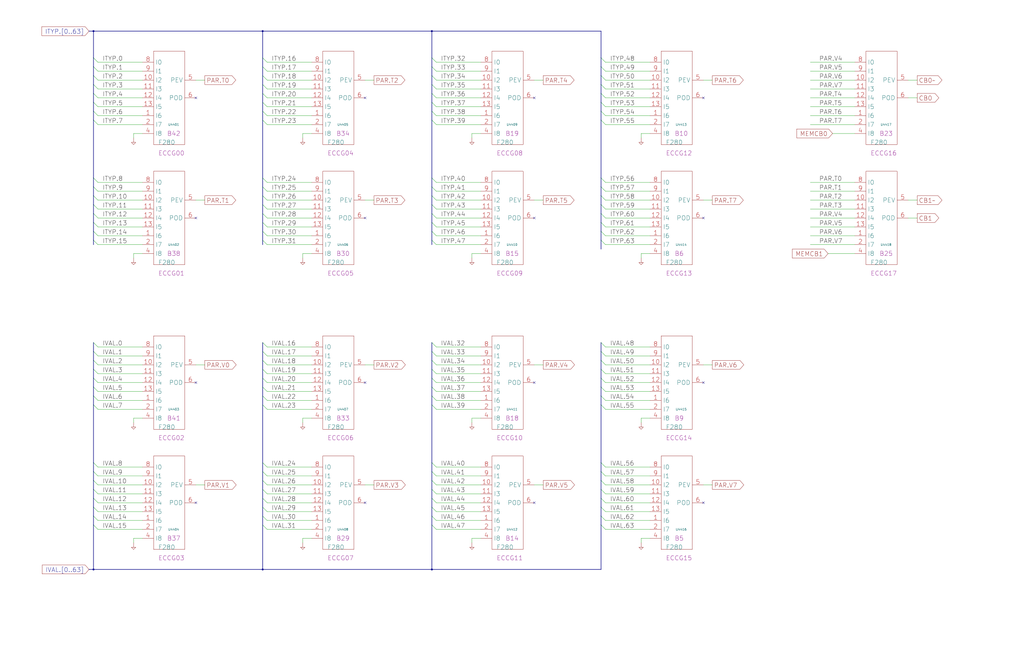
<source format=kicad_sch>
(kicad_sch (version 20250114) (generator "eeschema") (generator_version "9.0")
  (paper "User" 584.2 378.46)
  (title_block (title "ERROR CHECKING & CORRECTION\\nCHECK BITS 0 & 1") (date "22-SEP-90") (rev "2.0") (comment 1 "IOC") (comment 2 "232-003061") (comment 3 "S400") (comment 4 "RELEASED"))
  (lib_symbols
    (symbol "r1000:F280" (pin_names (offset 1.016))
      (property "Reference" "U" (at 2.54 5.08 0))
      (property "Value" "F280" (at -6.35 -5.08 0))
      (property "Location" "___" (at -1.27 0 0))
      (property "Name" "______" (at 1.27 -12.7 0))
      (symbol "F280_1_1"
        (rectangle (start -8.89 46.99) (end 8.89 -6.35))
        (pin input line (at -15.24 40.64 0) (length 6.35) (name "I0") (number "8"))
        (pin input line (at -15.24 35.56 0) (length 6.35) (name "I1") (number "9"))
        (pin input line (at -15.24 30.48 0) (length 6.35) (name "I2") (number "10"))
        (pin input line (at -15.24 25.4 0) (length 6.35) (name "I3") (number "11"))
        (pin input line (at -15.24 20.32 0) (length 6.35) (name "I4") (number "12"))
        (pin input line (at -15.24 15.24 0) (length 6.35) (name "I5") (number "13"))
        (pin input line (at -15.24 10.16 0) (length 6.35) (name "I6") (number "1"))
        (pin input line (at -15.24 5.08 0) (length 6.35) (name "I7") (number "2"))
        (pin input line (at -15.24 0 0) (length 6.35) (name "I8") (number "4"))
        (pin output line (at 15.24 30.48 180) (length 6.35) (name "PEV") (number "5"))
        (pin output line (at 15.24 20.32 180) (length 6.35) (name "POD") (number "6"))
      )
    )
    (symbol "r1000:PD" (power) (pin_numbers (hide yes)) (pin_names (hide yes)) (in_bom no)
      (symbol "PD_0_1"
        (polyline (pts (xy 0 -2.54) (xy 1.27 -2.54) (xy 0 -3.81) (xy -1.27 -2.54) (xy 0 -2.54)) (stroke (width 0.1524)))
      )
      (symbol "PD_1_1"
        (pin power_in line (at 0 0 270) (length 2.54) (name "PD") (number "1"))
      )
    )
  )
  (junction (at 246.38 325.12))
  (junction (at 53.34 17.78))
  (junction (at 149.86 17.78))
  (junction (at 246.38 17.78))
  (junction (at 53.34 325.12))
  (junction (at 149.86 325.12))
  (no_connect (at 304.8 218.44))
  (no_connect (at 304.8 124.46))
  (no_connect (at 111.76 124.46))
  (no_connect (at 208.28 218.44))
  (no_connect (at 401.32 287.02))
  (no_connect (at 401.32 124.46))
  (no_connect (at 208.28 287.02))
  (no_connect (at 304.8 55.88))
  (no_connect (at 111.76 218.44))
  (no_connect (at 401.32 55.88))
  (no_connect (at 401.32 218.44))
  (no_connect (at 208.28 124.46))
  (no_connect (at 111.76 55.88))
  (no_connect (at 111.76 287.02))
  (no_connect (at 304.8 287.02))
  (no_connect (at 208.28 55.88))
  (bus_entry (at 53.34 220.98) (size 2.54 2.54))
  (bus_entry (at 246.38 210.82) (size 2.54 2.54))
  (bus_entry (at 149.86 269.24) (size 2.54 2.54))
  (bus_entry (at 246.38 205.74) (size 2.54 2.54))
  (bus_entry (at 53.34 231.14) (size 2.54 2.54))
  (bus_entry (at 149.86 294.64) (size 2.54 2.54))
  (bus_entry (at 246.38 299.72) (size 2.54 2.54))
  (bus_entry (at 53.34 106.68) (size 2.54 2.54))
  (bus_entry (at 149.86 33.02) (size 2.54 2.54))
  (bus_entry (at 342.9 220.98) (size 2.54 2.54))
  (bus_entry (at 53.34 116.84) (size 2.54 2.54))
  (bus_entry (at 149.86 58.42) (size 2.54 2.54))
  (bus_entry (at 342.9 38.1) (size 2.54 2.54))
  (bus_entry (at 246.38 274.32) (size 2.54 2.54))
  (bus_entry (at 246.38 231.14) (size 2.54 2.54))
  (bus_entry (at 53.34 210.82) (size 2.54 2.54))
  (bus_entry (at 53.34 299.72) (size 2.54 2.54))
  (bus_entry (at 342.9 48.26) (size 2.54 2.54))
  (bus_entry (at 149.86 226.06) (size 2.54 2.54))
  (bus_entry (at 342.9 58.42) (size 2.54 2.54))
  (bus_entry (at 149.86 284.48) (size 2.54 2.54))
  (bus_entry (at 246.38 121.92) (size 2.54 2.54))
  (bus_entry (at 246.38 279.4) (size 2.54 2.54))
  (bus_entry (at 246.38 43.18) (size 2.54 2.54))
  (bus_entry (at 53.34 226.06) (size 2.54 2.54))
  (bus_entry (at 53.34 111.76) (size 2.54 2.54))
  (bus_entry (at 342.9 205.74) (size 2.54 2.54))
  (bus_entry (at 246.38 106.68) (size 2.54 2.54))
  (bus_entry (at 53.34 33.02) (size 2.54 2.54))
  (bus_entry (at 149.86 274.32) (size 2.54 2.54))
  (bus_entry (at 342.9 43.18) (size 2.54 2.54))
  (bus_entry (at 149.86 279.4) (size 2.54 2.54))
  (bus_entry (at 342.9 294.64) (size 2.54 2.54))
  (bus_entry (at 342.9 226.06) (size 2.54 2.54))
  (bus_entry (at 342.9 121.92) (size 2.54 2.54))
  (bus_entry (at 246.38 289.56) (size 2.54 2.54))
  (bus_entry (at 149.86 132.08) (size 2.54 2.54))
  (bus_entry (at 53.34 274.32) (size 2.54 2.54))
  (bus_entry (at 342.9 63.5) (size 2.54 2.54))
  (bus_entry (at 246.38 127) (size 2.54 2.54))
  (bus_entry (at 149.86 289.56) (size 2.54 2.54))
  (bus_entry (at 53.34 127) (size 2.54 2.54))
  (bus_entry (at 342.9 215.9) (size 2.54 2.54))
  (bus_entry (at 342.9 68.58) (size 2.54 2.54))
  (bus_entry (at 342.9 137.16) (size 2.54 2.54))
  (bus_entry (at 342.9 269.24) (size 2.54 2.54))
  (bus_entry (at 149.86 68.58) (size 2.54 2.54))
  (bus_entry (at 53.34 215.9) (size 2.54 2.54))
  (bus_entry (at 246.38 195.58) (size 2.54 2.54))
  (bus_entry (at 53.34 289.56) (size 2.54 2.54))
  (bus_entry (at 246.38 116.84) (size 2.54 2.54))
  (bus_entry (at 149.86 137.16) (size 2.54 2.54))
  (bus_entry (at 53.34 38.1) (size 2.54 2.54))
  (bus_entry (at 342.9 210.82) (size 2.54 2.54))
  (bus_entry (at 53.34 68.58) (size 2.54 2.54))
  (bus_entry (at 149.86 121.92) (size 2.54 2.54))
  (bus_entry (at 149.86 231.14) (size 2.54 2.54))
  (bus_entry (at 149.86 43.18) (size 2.54 2.54))
  (bus_entry (at 53.34 63.5) (size 2.54 2.54))
  (bus_entry (at 246.38 226.06) (size 2.54 2.54))
  (bus_entry (at 342.9 106.68) (size 2.54 2.54))
  (bus_entry (at 246.38 215.9) (size 2.54 2.54))
  (bus_entry (at 149.86 215.9) (size 2.54 2.54))
  (bus_entry (at 149.86 299.72) (size 2.54 2.54))
  (bus_entry (at 149.86 38.1) (size 2.54 2.54))
  (bus_entry (at 149.86 195.58) (size 2.54 2.54))
  (bus_entry (at 149.86 111.76) (size 2.54 2.54))
  (bus_entry (at 342.9 132.08) (size 2.54 2.54))
  (bus_entry (at 246.38 68.58) (size 2.54 2.54))
  (bus_entry (at 149.86 220.98) (size 2.54 2.54))
  (bus_entry (at 342.9 195.58) (size 2.54 2.54))
  (bus_entry (at 246.38 101.6) (size 2.54 2.54))
  (bus_entry (at 53.34 53.34) (size 2.54 2.54))
  (bus_entry (at 53.34 269.24) (size 2.54 2.54))
  (bus_entry (at 53.34 264.16) (size 2.54 2.54))
  (bus_entry (at 342.9 53.34) (size 2.54 2.54))
  (bus_entry (at 53.34 137.16) (size 2.54 2.54))
  (bus_entry (at 149.86 106.68) (size 2.54 2.54))
  (bus_entry (at 149.86 127) (size 2.54 2.54))
  (bus_entry (at 342.9 274.32) (size 2.54 2.54))
  (bus_entry (at 246.38 111.76) (size 2.54 2.54))
  (bus_entry (at 149.86 101.6) (size 2.54 2.54))
  (bus_entry (at 53.34 279.4) (size 2.54 2.54))
  (bus_entry (at 342.9 200.66) (size 2.54 2.54))
  (bus_entry (at 342.9 284.48) (size 2.54 2.54))
  (bus_entry (at 149.86 264.16) (size 2.54 2.54))
  (bus_entry (at 246.38 33.02) (size 2.54 2.54))
  (bus_entry (at 246.38 38.1) (size 2.54 2.54))
  (bus_entry (at 246.38 58.42) (size 2.54 2.54))
  (bus_entry (at 246.38 53.34) (size 2.54 2.54))
  (bus_entry (at 53.34 284.48) (size 2.54 2.54))
  (bus_entry (at 342.9 299.72) (size 2.54 2.54))
  (bus_entry (at 149.86 53.34) (size 2.54 2.54))
  (bus_entry (at 246.38 200.66) (size 2.54 2.54))
  (bus_entry (at 246.38 220.98) (size 2.54 2.54))
  (bus_entry (at 53.34 132.08) (size 2.54 2.54))
  (bus_entry (at 149.86 48.26) (size 2.54 2.54))
  (bus_entry (at 246.38 264.16) (size 2.54 2.54))
  (bus_entry (at 246.38 137.16) (size 2.54 2.54))
  (bus_entry (at 53.34 101.6) (size 2.54 2.54))
  (bus_entry (at 149.86 210.82) (size 2.54 2.54))
  (bus_entry (at 342.9 111.76) (size 2.54 2.54))
  (bus_entry (at 342.9 101.6) (size 2.54 2.54))
  (bus_entry (at 342.9 116.84) (size 2.54 2.54))
  (bus_entry (at 246.38 48.26) (size 2.54 2.54))
  (bus_entry (at 342.9 231.14) (size 2.54 2.54))
  (bus_entry (at 53.34 200.66) (size 2.54 2.54))
  (bus_entry (at 53.34 205.74) (size 2.54 2.54))
  (bus_entry (at 53.34 58.42) (size 2.54 2.54))
  (bus_entry (at 149.86 200.66) (size 2.54 2.54))
  (bus_entry (at 342.9 289.56) (size 2.54 2.54))
  (bus_entry (at 53.34 294.64) (size 2.54 2.54))
  (bus_entry (at 246.38 284.48) (size 2.54 2.54))
  (bus_entry (at 246.38 269.24) (size 2.54 2.54))
  (bus_entry (at 149.86 116.84) (size 2.54 2.54))
  (bus_entry (at 246.38 63.5) (size 2.54 2.54))
  (bus_entry (at 149.86 205.74) (size 2.54 2.54))
  (bus_entry (at 342.9 264.16) (size 2.54 2.54))
  (bus_entry (at 246.38 132.08) (size 2.54 2.54))
  (bus_entry (at 53.34 43.18) (size 2.54 2.54))
  (bus_entry (at 342.9 33.02) (size 2.54 2.54))
  (bus_entry (at 53.34 48.26) (size 2.54 2.54))
  (bus_entry (at 342.9 127) (size 2.54 2.54))
  (bus_entry (at 342.9 279.4) (size 2.54 2.54))
  (bus_entry (at 53.34 121.92) (size 2.54 2.54))
  (bus_entry (at 149.86 63.5) (size 2.54 2.54))
  (bus_entry (at 246.38 294.64) (size 2.54 2.54))
  (bus_entry (at 53.34 195.58) (size 2.54 2.54))
  (wire (pts (xy 81.28 144.78) (xy 76.2 144.78)))
  (bus (pts (xy 342.9 279.4) (xy 342.9 284.48)))
  (wire (pts (xy 345.44 119.38) (xy 370.84 119.38)))
  (bus (pts (xy 53.34 68.58) (xy 53.34 101.6)))
  (wire (pts (xy 55.88 66.04) (xy 81.28 66.04)))
  (bus (pts (xy 149.86 43.18) (xy 149.86 48.26)))
  (bus (pts (xy 53.34 33.02) (xy 53.34 38.1)))
  (bus (pts (xy 53.34 43.18) (xy 53.34 48.26)))
  (wire (pts (xy 269.24 307.34) (xy 269.24 309.88)))
  (wire (pts (xy 248.92 139.7) (xy 274.32 139.7)))
  (bus (pts (xy 53.34 48.26) (xy 53.34 53.34)))
  (bus (pts (xy 246.38 121.92) (xy 246.38 127)))
  (bus (pts (xy 342.9 33.02) (xy 342.9 38.1)))
  (bus (pts (xy 149.86 48.26) (xy 149.86 53.34)))
  (bus (pts (xy 149.86 68.58) (xy 149.86 101.6)))
  (bus (pts (xy 53.34 299.72) (xy 53.34 325.12)))
  (wire (pts (xy 462.28 35.56) (xy 487.68 35.56)))
  (bus (pts (xy 342.9 137.16) (xy 342.9 142.24)))
  (wire (pts (xy 152.4 71.12) (xy 177.8 71.12)))
  (wire (pts (xy 248.92 109.22) (xy 274.32 109.22)))
  (wire (pts (xy 345.44 228.6) (xy 370.84 228.6)))
  (wire (pts (xy 55.88 228.6) (xy 81.28 228.6)))
  (bus (pts (xy 53.34 269.24) (xy 53.34 274.32)))
  (wire (pts (xy 462.28 139.7) (xy 487.68 139.7)))
  (wire (pts (xy 55.88 271.78) (xy 81.28 271.78)))
  (bus (pts (xy 149.86 200.66) (xy 149.86 205.74)))
  (wire (pts (xy 248.92 271.78) (xy 274.32 271.78)))
  (bus (pts (xy 342.9 106.68) (xy 342.9 111.76)))
  (wire (pts (xy 345.44 71.12) (xy 370.84 71.12)))
  (wire (pts (xy 462.28 129.54) (xy 487.68 129.54)))
  (wire (pts (xy 345.44 109.22) (xy 370.84 109.22)))
  (wire (pts (xy 345.44 104.14) (xy 370.84 104.14)))
  (bus (pts (xy 53.34 116.84) (xy 53.34 121.92)))
  (bus (pts (xy 149.86 289.56) (xy 149.86 294.64)))
  (wire (pts (xy 365.76 307.34) (xy 365.76 309.88)))
  (wire (pts (xy 111.76 276.86) (xy 116.84 276.86)))
  (bus (pts (xy 149.86 58.42) (xy 149.86 63.5)))
  (bus (pts (xy 246.38 63.5) (xy 246.38 68.58)))
  (wire (pts (xy 248.92 223.52) (xy 274.32 223.52)))
  (bus (pts (xy 149.86 17.78) (xy 53.34 17.78)))
  (wire (pts (xy 152.4 203.2) (xy 177.8 203.2)))
  (bus (pts (xy 149.86 210.82) (xy 149.86 215.9)))
  (wire (pts (xy 248.92 71.12) (xy 274.32 71.12)))
  (bus (pts (xy 342.9 325.12) (xy 246.38 325.12)))
  (bus (pts (xy 53.34 200.66) (xy 53.34 205.74)))
  (bus (pts (xy 246.38 33.02) (xy 246.38 38.1)))
  (bus (pts (xy 342.9 43.18) (xy 342.9 48.26)))
  (wire (pts (xy 248.92 35.56) (xy 274.32 35.56)))
  (wire (pts (xy 81.28 238.76) (xy 76.2 238.76)))
  (wire (pts (xy 152.4 60.96) (xy 177.8 60.96)))
  (bus (pts (xy 342.9 116.84) (xy 342.9 121.92)))
  (wire (pts (xy 55.88 218.44) (xy 81.28 218.44)))
  (bus (pts (xy 149.86 132.08) (xy 149.86 137.16)))
  (wire (pts (xy 248.92 45.72) (xy 274.32 45.72)))
  (wire (pts (xy 345.44 55.88) (xy 370.84 55.88)))
  (bus (pts (xy 53.34 220.98) (xy 53.34 226.06)))
  (wire (pts (xy 345.44 302.26) (xy 370.84 302.26)))
  (wire (pts (xy 345.44 271.78) (xy 370.84 271.78)))
  (wire (pts (xy 462.28 104.14) (xy 487.68 104.14)))
  (wire (pts (xy 248.92 60.96) (xy 274.32 60.96)))
  (bus (pts (xy 342.9 132.08) (xy 342.9 137.16)))
  (wire (pts (xy 55.88 71.12) (xy 81.28 71.12)))
  (wire (pts (xy 55.88 223.52) (xy 81.28 223.52)))
  (wire (pts (xy 55.88 292.1) (xy 81.28 292.1)))
  (bus (pts (xy 149.86 284.48) (xy 149.86 289.56)))
  (wire (pts (xy 111.76 114.3) (xy 116.84 114.3)))
  (wire (pts (xy 55.88 119.38) (xy 81.28 119.38)))
  (wire (pts (xy 248.92 66.04) (xy 274.32 66.04)))
  (bus (pts (xy 246.38 53.34) (xy 246.38 58.42)))
  (bus (pts (xy 149.86 279.4) (xy 149.86 284.48)))
  (wire (pts (xy 248.92 228.6) (xy 274.32 228.6)))
  (wire (pts (xy 248.92 287.02) (xy 274.32 287.02)))
  (wire (pts (xy 248.92 198.12) (xy 274.32 198.12)))
  (bus (pts (xy 149.86 205.74) (xy 149.86 210.82)))
  (wire (pts (xy 76.2 307.34) (xy 76.2 309.88)))
  (wire (pts (xy 462.28 134.62) (xy 487.68 134.62)))
  (wire (pts (xy 345.44 203.2) (xy 370.84 203.2)))
  (bus (pts (xy 53.34 38.1) (xy 53.34 43.18)))
  (wire (pts (xy 462.28 50.8) (xy 487.68 50.8)))
  (wire (pts (xy 152.4 55.88) (xy 177.8 55.88)))
  (bus (pts (xy 342.9 269.24) (xy 342.9 274.32)))
  (bus (pts (xy 149.86 226.06) (xy 149.86 231.14)))
  (wire (pts (xy 55.88 60.96) (xy 81.28 60.96)))
  (wire (pts (xy 248.92 40.64) (xy 274.32 40.64)))
  (wire (pts (xy 81.28 307.34) (xy 76.2 307.34)))
  (bus (pts (xy 53.34 284.48) (xy 53.34 289.56)))
  (wire (pts (xy 55.88 45.72) (xy 81.28 45.72)))
  (bus (pts (xy 53.34 215.9) (xy 53.34 220.98)))
  (wire (pts (xy 370.84 307.34) (xy 365.76 307.34)))
  (bus (pts (xy 53.34 101.6) (xy 53.34 106.68)))
  (wire (pts (xy 345.44 45.72) (xy 370.84 45.72)))
  (wire (pts (xy 152.4 45.72) (xy 177.8 45.72)))
  (wire (pts (xy 55.88 276.86) (xy 81.28 276.86)))
  (wire (pts (xy 345.44 124.46) (xy 370.84 124.46)))
  (bus (pts (xy 53.34 210.82) (xy 53.34 215.9)))
  (bus (pts (xy 342.9 38.1) (xy 342.9 43.18)))
  (bus (pts (xy 342.9 63.5) (xy 342.9 68.58)))
  (wire (pts (xy 177.8 307.34) (xy 172.72 307.34)))
  (wire (pts (xy 152.4 50.8) (xy 177.8 50.8)))
  (wire (pts (xy 55.88 233.68) (xy 81.28 233.68)))
  (bus (pts (xy 246.38 17.78) (xy 246.38 33.02)))
  (wire (pts (xy 370.84 238.76) (xy 365.76 238.76)))
  (bus (pts (xy 342.9 53.34) (xy 342.9 58.42)))
  (wire (pts (xy 345.44 208.28) (xy 370.84 208.28)))
  (bus (pts (xy 149.86 33.02) (xy 149.86 38.1)))
  (bus (pts (xy 53.34 63.5) (xy 53.34 68.58)))
  (bus (pts (xy 342.9 205.74) (xy 342.9 210.82)))
  (wire (pts (xy 345.44 281.94) (xy 370.84 281.94)))
  (wire (pts (xy 370.84 76.2) (xy 365.76 76.2)))
  (wire (pts (xy 177.8 238.76) (xy 172.72 238.76)))
  (wire (pts (xy 401.32 114.3) (xy 406.4 114.3)))
  (bus (pts (xy 246.38 284.48) (xy 246.38 289.56)))
  (wire (pts (xy 248.92 55.88) (xy 274.32 55.88)))
  (bus (pts (xy 342.9 17.78) (xy 342.9 33.02)))
  (wire (pts (xy 345.44 60.96) (xy 370.84 60.96)))
  (wire (pts (xy 518.16 114.3) (xy 523.24 114.3)))
  (wire (pts (xy 248.92 114.3) (xy 274.32 114.3)))
  (wire (pts (xy 248.92 134.62) (xy 274.32 134.62)))
  (bus (pts (xy 53.34 132.08) (xy 53.34 137.16)))
  (wire (pts (xy 248.92 276.86) (xy 274.32 276.86)))
  (wire (pts (xy 152.4 281.94) (xy 177.8 281.94)))
  (bus (pts (xy 342.9 48.26) (xy 342.9 53.34)))
  (wire (pts (xy 345.44 266.7) (xy 370.84 266.7)))
  (wire (pts (xy 274.32 144.78) (xy 269.24 144.78)))
  (bus (pts (xy 342.9 17.78) (xy 246.38 17.78)))
  (wire (pts (xy 152.4 139.7) (xy 177.8 139.7)))
  (wire (pts (xy 274.32 238.76) (xy 269.24 238.76)))
  (bus (pts (xy 342.9 215.9) (xy 342.9 220.98)))
  (wire (pts (xy 152.4 104.14) (xy 177.8 104.14)))
  (wire (pts (xy 248.92 233.68) (xy 274.32 233.68)))
  (bus (pts (xy 342.9 121.92) (xy 342.9 127)))
  (bus (pts (xy 246.38 215.9) (xy 246.38 220.98)))
  (bus (pts (xy 149.86 299.72) (xy 149.86 325.12)))
  (bus (pts (xy 246.38 264.16) (xy 246.38 269.24)))
  (wire (pts (xy 152.4 208.28) (xy 177.8 208.28)))
  (bus (pts (xy 246.38 116.84) (xy 246.38 121.92)))
  (wire (pts (xy 269.24 76.2) (xy 269.24 78.74)))
  (wire (pts (xy 462.28 109.22) (xy 487.68 109.22)))
  (bus (pts (xy 342.9 220.98) (xy 342.9 226.06)))
  (wire (pts (xy 55.88 198.12) (xy 81.28 198.12)))
  (bus (pts (xy 246.38 111.76) (xy 246.38 116.84)))
  (wire (pts (xy 152.4 114.3) (xy 177.8 114.3)))
  (bus (pts (xy 342.9 226.06) (xy 342.9 231.14)))
  (wire (pts (xy 152.4 129.54) (xy 177.8 129.54)))
  (bus (pts (xy 53.34 53.34) (xy 53.34 58.42)))
  (wire (pts (xy 345.44 139.7) (xy 370.84 139.7)))
  (bus (pts (xy 246.38 269.24) (xy 246.38 274.32)))
  (wire (pts (xy 345.44 276.86) (xy 370.84 276.86)))
  (bus (pts (xy 149.86 17.78) (xy 149.86 33.02)))
  (wire (pts (xy 248.92 213.36) (xy 274.32 213.36)))
  (wire (pts (xy 152.4 228.6) (xy 177.8 228.6)))
  (wire (pts (xy 345.44 50.8) (xy 370.84 50.8)))
  (wire (pts (xy 345.44 134.62) (xy 370.84 134.62)))
  (wire (pts (xy 518.16 124.46) (xy 523.24 124.46)))
  (wire (pts (xy 55.88 302.26) (xy 81.28 302.26)))
  (wire (pts (xy 462.28 119.38) (xy 487.68 119.38)))
  (bus (pts (xy 149.86 264.16) (xy 149.86 269.24)))
  (wire (pts (xy 345.44 198.12) (xy 370.84 198.12)))
  (wire (pts (xy 401.32 45.72) (xy 406.4 45.72)))
  (bus (pts (xy 342.9 289.56) (xy 342.9 294.64)))
  (bus (pts (xy 246.38 231.14) (xy 246.38 264.16)))
  (bus (pts (xy 53.34 325.12) (xy 50.8 325.12)))
  (wire (pts (xy 152.4 287.02) (xy 177.8 287.02)))
  (wire (pts (xy 152.4 266.7) (xy 177.8 266.7)))
  (wire (pts (xy 55.88 213.36) (xy 81.28 213.36)))
  (wire (pts (xy 152.4 276.86) (xy 177.8 276.86)))
  (bus (pts (xy 342.9 210.82) (xy 342.9 215.9)))
  (bus (pts (xy 342.9 195.58) (xy 342.9 200.66)))
  (wire (pts (xy 274.32 307.34) (xy 269.24 307.34)))
  (wire (pts (xy 152.4 302.26) (xy 177.8 302.26)))
  (wire (pts (xy 462.28 114.3) (xy 487.68 114.3)))
  (wire (pts (xy 76.2 144.78) (xy 76.2 147.32)))
  (wire (pts (xy 248.92 281.94) (xy 274.32 281.94)))
  (wire (pts (xy 345.44 114.3) (xy 370.84 114.3)))
  (wire (pts (xy 152.4 271.78) (xy 177.8 271.78)))
  (wire (pts (xy 462.28 71.12) (xy 487.68 71.12)))
  (bus (pts (xy 53.34 195.58) (xy 53.34 200.66)))
  (bus (pts (xy 149.86 231.14) (xy 149.86 264.16)))
  (wire (pts (xy 152.4 233.68) (xy 177.8 233.68)))
  (wire (pts (xy 152.4 119.38) (xy 177.8 119.38)))
  (bus (pts (xy 149.86 325.12) (xy 53.34 325.12)))
  (wire (pts (xy 152.4 40.64) (xy 177.8 40.64)))
  (wire (pts (xy 152.4 198.12) (xy 177.8 198.12)))
  (wire (pts (xy 345.44 233.68) (xy 370.84 233.68)))
  (bus (pts (xy 53.34 111.76) (xy 53.34 116.84)))
  (wire (pts (xy 111.76 208.28) (xy 116.84 208.28)))
  (wire (pts (xy 345.44 292.1) (xy 370.84 292.1)))
  (bus (pts (xy 342.9 284.48) (xy 342.9 289.56)))
  (wire (pts (xy 248.92 124.46) (xy 274.32 124.46)))
  (bus (pts (xy 246.38 294.64) (xy 246.38 299.72)))
  (wire (pts (xy 55.88 114.3) (xy 81.28 114.3)))
  (bus (pts (xy 149.86 106.68) (xy 149.86 111.76)))
  (bus (pts (xy 53.34 226.06) (xy 53.34 231.14)))
  (wire (pts (xy 304.8 45.72) (xy 309.88 45.72)))
  (bus (pts (xy 246.38 325.12) (xy 149.86 325.12)))
  (wire (pts (xy 81.28 76.2) (xy 76.2 76.2)))
  (wire (pts (xy 55.88 281.94) (xy 81.28 281.94)))
  (bus (pts (xy 246.38 106.68) (xy 246.38 111.76)))
  (wire (pts (xy 152.4 35.56) (xy 177.8 35.56)))
  (bus (pts (xy 53.34 137.16) (xy 53.34 139.7)))
  (bus (pts (xy 149.86 121.92) (xy 149.86 127)))
  (wire (pts (xy 172.72 144.78) (xy 172.72 147.32)))
  (wire (pts (xy 345.44 218.44) (xy 370.84 218.44)))
  (wire (pts (xy 76.2 76.2) (xy 76.2 78.74)))
  (bus (pts (xy 342.9 231.14) (xy 342.9 264.16)))
  (wire (pts (xy 304.8 114.3) (xy 309.88 114.3)))
  (wire (pts (xy 248.92 50.8) (xy 274.32 50.8)))
  (bus (pts (xy 149.86 220.98) (xy 149.86 226.06)))
  (bus (pts (xy 246.38 220.98) (xy 246.38 226.06)))
  (wire (pts (xy 152.4 292.1) (xy 177.8 292.1)))
  (wire (pts (xy 248.92 104.14) (xy 274.32 104.14)))
  (wire (pts (xy 345.44 35.56) (xy 370.84 35.56)))
  (wire (pts (xy 172.72 307.34) (xy 172.72 309.88)))
  (wire (pts (xy 269.24 238.76) (xy 269.24 241.3)))
  (bus (pts (xy 342.9 200.66) (xy 342.9 205.74)))
  (bus (pts (xy 149.86 195.58) (xy 149.86 200.66)))
  (wire (pts (xy 518.16 55.88) (xy 523.24 55.88)))
  (wire (pts (xy 177.8 76.2) (xy 172.72 76.2)))
  (wire (pts (xy 152.4 218.44) (xy 177.8 218.44)))
  (wire (pts (xy 345.44 297.18) (xy 370.84 297.18)))
  (wire (pts (xy 248.92 297.18) (xy 274.32 297.18)))
  (wire (pts (xy 401.32 276.86) (xy 406.4 276.86)))
  (wire (pts (xy 462.28 55.88) (xy 487.68 55.88)))
  (wire (pts (xy 55.88 55.88) (xy 81.28 55.88)))
  (wire (pts (xy 518.16 45.72) (xy 523.24 45.72)))
  (bus (pts (xy 149.86 137.16) (xy 149.86 139.7)))
  (bus (pts (xy 342.9 101.6) (xy 342.9 106.68)))
  (wire (pts (xy 345.44 40.64) (xy 370.84 40.64)))
  (bus (pts (xy 149.86 215.9) (xy 149.86 220.98)))
  (wire (pts (xy 152.4 124.46) (xy 177.8 124.46)))
  (wire (pts (xy 55.88 109.22) (xy 81.28 109.22)))
  (bus (pts (xy 246.38 17.78) (xy 149.86 17.78)))
  (wire (pts (xy 248.92 266.7) (xy 274.32 266.7)))
  (bus (pts (xy 246.38 279.4) (xy 246.38 284.48)))
  (bus (pts (xy 342.9 58.42) (xy 342.9 63.5)))
  (bus (pts (xy 246.38 58.42) (xy 246.38 63.5)))
  (wire (pts (xy 152.4 66.04) (xy 177.8 66.04)))
  (wire (pts (xy 248.92 302.26) (xy 274.32 302.26)))
  (wire (pts (xy 345.44 223.52) (xy 370.84 223.52)))
  (wire (pts (xy 365.76 238.76) (xy 365.76 241.3)))
  (bus (pts (xy 246.38 200.66) (xy 246.38 205.74)))
  (bus (pts (xy 246.38 210.82) (xy 246.38 215.9)))
  (wire (pts (xy 55.88 124.46) (xy 81.28 124.46)))
  (bus (pts (xy 246.38 205.74) (xy 246.38 210.82)))
  (bus (pts (xy 53.34 17.78) (xy 53.34 33.02)))
  (bus (pts (xy 53.34 274.32) (xy 53.34 279.4)))
  (bus (pts (xy 53.34 127) (xy 53.34 132.08)))
  (bus (pts (xy 53.34 106.68) (xy 53.34 111.76)))
  (wire (pts (xy 370.84 144.78) (xy 365.76 144.78)))
  (bus (pts (xy 342.9 111.76) (xy 342.9 116.84)))
  (wire (pts (xy 248.92 292.1) (xy 274.32 292.1)))
  (wire (pts (xy 55.88 297.18) (xy 81.28 297.18)))
  (wire (pts (xy 55.88 266.7) (xy 81.28 266.7)))
  (wire (pts (xy 55.88 203.2) (xy 81.28 203.2)))
  (wire (pts (xy 152.4 109.22) (xy 177.8 109.22)))
  (wire (pts (xy 208.28 208.28) (xy 213.36 208.28)))
  (bus (pts (xy 149.86 38.1) (xy 149.86 43.18)))
  (wire (pts (xy 248.92 208.28) (xy 274.32 208.28)))
  (wire (pts (xy 248.92 119.38) (xy 274.32 119.38)))
  (wire (pts (xy 55.88 104.14) (xy 81.28 104.14)))
  (wire (pts (xy 269.24 144.78) (xy 269.24 147.32)))
  (bus (pts (xy 246.38 274.32) (xy 246.38 279.4)))
  (bus (pts (xy 342.9 299.72) (xy 342.9 325.12)))
  (bus (pts (xy 246.38 195.58) (xy 246.38 200.66)))
  (bus (pts (xy 149.86 63.5) (xy 149.86 68.58)))
  (wire (pts (xy 55.88 129.54) (xy 81.28 129.54)))
  (bus (pts (xy 342.9 294.64) (xy 342.9 299.72)))
  (wire (pts (xy 248.92 218.44) (xy 274.32 218.44)))
  (wire (pts (xy 462.28 60.96) (xy 487.68 60.96)))
  (wire (pts (xy 55.88 134.62) (xy 81.28 134.62)))
  (bus (pts (xy 149.86 111.76) (xy 149.86 116.84)))
  (bus (pts (xy 246.38 137.16) (xy 246.38 139.7)))
  (wire (pts (xy 76.2 238.76) (xy 76.2 241.3)))
  (bus (pts (xy 53.34 58.42) (xy 53.34 63.5)))
  (bus (pts (xy 53.34 231.14) (xy 53.34 264.16)))
  (bus (pts (xy 149.86 294.64) (xy 149.86 299.72)))
  (wire (pts (xy 172.72 76.2) (xy 172.72 78.74)))
  (wire (pts (xy 111.76 45.72) (xy 116.84 45.72)))
  (bus (pts (xy 149.86 269.24) (xy 149.86 274.32)))
  (bus (pts (xy 53.34 289.56) (xy 53.34 294.64)))
  (wire (pts (xy 274.32 76.2) (xy 269.24 76.2)))
  (bus (pts (xy 246.38 43.18) (xy 246.38 48.26)))
  (bus (pts (xy 246.38 101.6) (xy 246.38 106.68)))
  (wire (pts (xy 152.4 297.18) (xy 177.8 297.18)))
  (bus (pts (xy 246.38 38.1) (xy 246.38 43.18)))
  (bus (pts (xy 342.9 127) (xy 342.9 132.08)))
  (wire (pts (xy 472.44 144.78) (xy 487.68 144.78)))
  (wire (pts (xy 462.28 40.64) (xy 487.68 40.64)))
  (bus (pts (xy 149.86 101.6) (xy 149.86 106.68)))
  (bus (pts (xy 149.86 116.84) (xy 149.86 121.92)))
  (wire (pts (xy 304.8 208.28) (xy 309.88 208.28)))
  (bus (pts (xy 50.8 17.78) (xy 53.34 17.78)))
  (wire (pts (xy 177.8 144.78) (xy 172.72 144.78)))
  (wire (pts (xy 208.28 45.72) (xy 213.36 45.72)))
  (wire (pts (xy 365.76 144.78) (xy 365.76 147.32)))
  (bus (pts (xy 342.9 68.58) (xy 342.9 101.6)))
  (bus (pts (xy 246.38 68.58) (xy 246.38 101.6)))
  (wire (pts (xy 365.76 76.2) (xy 365.76 78.74)))
  (wire (pts (xy 55.88 50.8) (xy 81.28 50.8)))
  (wire (pts (xy 462.28 66.04) (xy 487.68 66.04)))
  (wire (pts (xy 345.44 213.36) (xy 370.84 213.36)))
  (wire (pts (xy 345.44 66.04) (xy 370.84 66.04)))
  (wire (pts (xy 208.28 276.86) (xy 213.36 276.86)))
  (bus (pts (xy 53.34 279.4) (xy 53.34 284.48)))
  (wire (pts (xy 152.4 134.62) (xy 177.8 134.62)))
  (wire (pts (xy 152.4 213.36) (xy 177.8 213.36)))
  (bus (pts (xy 53.34 294.64) (xy 53.34 299.72)))
  (bus (pts (xy 246.38 132.08) (xy 246.38 137.16)))
  (wire (pts (xy 152.4 223.52) (xy 177.8 223.52)))
  (bus (pts (xy 149.86 53.34) (xy 149.86 58.42)))
  (wire (pts (xy 401.32 208.28) (xy 406.4 208.28)))
  (bus (pts (xy 342.9 274.32) (xy 342.9 279.4)))
  (wire (pts (xy 462.28 45.72) (xy 487.68 45.72)))
  (wire (pts (xy 55.88 139.7) (xy 81.28 139.7)))
  (wire (pts (xy 462.28 124.46) (xy 487.68 124.46)))
  (wire (pts (xy 474.98 76.2) (xy 487.68 76.2)))
  (bus (pts (xy 246.38 299.72) (xy 246.38 325.12)))
  (wire (pts (xy 208.28 114.3) (xy 213.36 114.3)))
  (bus (pts (xy 246.38 127) (xy 246.38 132.08)))
  (bus (pts (xy 246.38 48.26) (xy 246.38 53.34)))
  (bus (pts (xy 149.86 274.32) (xy 149.86 279.4)))
  (bus (pts (xy 246.38 226.06) (xy 246.38 231.14)))
  (bus (pts (xy 53.34 264.16) (xy 53.34 269.24)))
  (wire (pts (xy 248.92 129.54) (xy 274.32 129.54)))
  (bus (pts (xy 246.38 289.56) (xy 246.38 294.64)))
  (wire (pts (xy 345.44 129.54) (xy 370.84 129.54)))
  (wire (pts (xy 55.88 35.56) (xy 81.28 35.56)))
  (wire (pts (xy 55.88 40.64) (xy 81.28 40.64)))
  (wire (pts (xy 172.72 238.76) (xy 172.72 241.3)))
  (wire (pts (xy 304.8 276.86) (xy 309.88 276.86)))
  (wire (pts (xy 248.92 203.2) (xy 274.32 203.2)))
  (bus (pts (xy 149.86 127) (xy 149.86 132.08)))
  (wire (pts (xy 55.88 287.02) (xy 81.28 287.02)))
  (wire (pts (xy 55.88 208.28) (xy 81.28 208.28)))
  (bus (pts (xy 53.34 121.92) (xy 53.34 127)))
  (bus (pts (xy 53.34 205.74) (xy 53.34 210.82)))
  (wire (pts (xy 345.44 287.02) (xy 370.84 287.02)))
  (bus (pts (xy 342.9 264.16) (xy 342.9 269.24)))
  (label "IVAL.46" (at 251.46 297.18 0) (effects (font (size 2.54 2.54))))
  (label "ITYP.12" (at 58.42 124.46 0) (effects (font (size 2.54 2.54))))
  (label "IVAL.58" (at 347.98 276.86 0) (effects (font (size 2.54 2.54))))
  (label "ITYP.42" (at 251.46 114.3 0) (effects (font (size 2.54 2.54))))
  (label "PAR.V4" (at 467.36 35.56 0) (effects (font (size 2.54 2.54))))
  (label "ITYP.44" (at 251.46 124.46 0) (effects (font (size 2.54 2.54))))
  (label "ITYP.9" (at 58.42 109.22 0) (effects (font (size 2.54 2.54))))
  (label "ITYP.49" (at 347.98 40.64 0) (effects (font (size 2.54 2.54))))
  (label "PAR.V7" (at 467.36 139.7 0) (effects (font (size 2.54 2.54))))
  (label "ITYP.51" (at 347.98 50.8 0) (effects (font (size 2.54 2.54))))
  (label "IVAL.9" (at 58.42 271.78 0) (effects (font (size 2.54 2.54))))
  (label "ITYP.48" (at 347.98 35.56 0) (effects (font (size 2.54 2.54))))
  (label "IVAL.23" (at 154.94 233.68 0) (effects (font (size 2.54 2.54))))
  (label "IVAL.40" (at 251.46 266.7 0) (effects (font (size 2.54 2.54))))
  (label "ITYP.5" (at 58.42 60.96 0) (effects (font (size 2.54 2.54))))
  (label "IVAL.10" (at 58.42 276.86 0) (effects (font (size 2.54 2.54))))
  (label "ITYP.41" (at 251.46 109.22 0) (effects (font (size 2.54 2.54))))
  (label "IVAL.19" (at 154.94 213.36 0) (effects (font (size 2.54 2.54))))
  (label "ITYP.53" (at 347.98 60.96 0) (effects (font (size 2.54 2.54))))
  (label "IVAL.37" (at 251.46 223.52 0) (effects (font (size 2.54 2.54))))
  (label "IVAL.52" (at 347.98 218.44 0) (effects (font (size 2.54 2.54))))
  (label "PAR.T2" (at 467.36 114.3 0) (effects (font (size 2.54 2.54))))
  (label "ITYP.56" (at 347.98 104.14 0) (effects (font (size 2.54 2.54))))
  (label "IVAL.61" (at 347.98 292.1 0) (effects (font (size 2.54 2.54))))
  (label "ITYP.43" (at 251.46 119.38 0) (effects (font (size 2.54 2.54))))
  (label "IVAL.20" (at 154.94 218.44 0) (effects (font (size 2.54 2.54))))
  (label "IVAL.59" (at 347.98 281.94 0) (effects (font (size 2.54 2.54))))
  (label "IVAL.36" (at 251.46 218.44 0) (effects (font (size 2.54 2.54))))
  (label "ITYP.54" (at 347.98 66.04 0) (effects (font (size 2.54 2.54))))
  (label "ITYP.18" (at 154.94 45.72 0) (effects (font (size 2.54 2.54))))
  (label "IVAL.15" (at 58.42 302.26 0) (effects (font (size 2.54 2.54))))
  (label "IVAL.13" (at 58.42 292.1 0) (effects (font (size 2.54 2.54))))
  (label "PAR.V6" (at 467.36 134.62 0) (effects (font (size 2.54 2.54))))
  (label "ITYP.61" (at 347.98 129.54 0) (effects (font (size 2.54 2.54))))
  (label "IVAL.49" (at 347.98 203.2 0) (effects (font (size 2.54 2.54))))
  (label "IVAL.32" (at 251.46 198.12 0) (effects (font (size 2.54 2.54))))
  (label "ITYP.3" (at 58.42 50.8 0) (effects (font (size 2.54 2.54))))
  (label "IVAL.56" (at 347.98 266.7 0) (effects (font (size 2.54 2.54))))
  (label "IVAL.53" (at 347.98 223.52 0) (effects (font (size 2.54 2.54))))
  (label "ITYP.15" (at 58.42 139.7 0) (effects (font (size 2.54 2.54))))
  (label "ITYP.8" (at 58.42 104.14 0) (effects (font (size 2.54 2.54))))
  (label "ITYP.6" (at 58.42 66.04 0) (effects (font (size 2.54 2.54))))
  (label "ITYP.52" (at 347.98 55.88 0) (effects (font (size 2.54 2.54))))
  (label "IVAL.11" (at 58.42 281.94 0) (effects (font (size 2.54 2.54))))
  (label "ITYP.20" (at 154.94 55.88 0) (effects (font (size 2.54 2.54))))
  (label "IVAL.8" (at 58.42 266.7 0) (effects (font (size 2.54 2.54))))
  (label "ITYP.17" (at 154.94 40.64 0) (effects (font (size 2.54 2.54))))
  (label "ITYP.1" (at 58.42 40.64 0) (effects (font (size 2.54 2.54))))
  (label "IVAL.7" (at 58.42 233.68 0) (effects (font (size 2.54 2.54))))
  (label "IVAL.22" (at 154.94 228.6 0) (effects (font (size 2.54 2.54))))
  (label "IVAL.45" (at 251.46 292.1 0) (effects (font (size 2.54 2.54))))
  (label "ITYP.21" (at 154.94 60.96 0) (effects (font (size 2.54 2.54))))
  (label "ITYP.59" (at 347.98 119.38 0) (effects (font (size 2.54 2.54))))
  (label "IVAL.30" (at 154.94 297.18 0) (effects (font (size 2.54 2.54))))
  (label "IVAL.41" (at 251.46 271.78 0) (effects (font (size 2.54 2.54))))
  (label "ITYP.31" (at 154.94 139.7 0) (effects (font (size 2.54 2.54))))
  (label "IVAL.35" (at 251.46 213.36 0) (effects (font (size 2.54 2.54))))
  (label "IVAL.44" (at 251.46 287.02 0) (effects (font (size 2.54 2.54))))
  (label "IVAL.48" (at 347.98 198.12 0) (effects (font (size 2.54 2.54))))
  (label "ITYP.38" (at 251.46 66.04 0) (effects (font (size 2.54 2.54))))
  (label "ITYP.37" (at 251.46 60.96 0) (effects (font (size 2.54 2.54))))
  (label "PAR.V5" (at 467.36 129.54 0) (effects (font (size 2.54 2.54))))
  (label "ITYP.11" (at 58.42 119.38 0) (effects (font (size 2.54 2.54))))
  (label "ITYP.14" (at 58.42 134.62 0) (effects (font (size 2.54 2.54))))
  (label "ITYP.33" (at 251.46 40.64 0) (effects (font (size 2.54 2.54))))
  (label "PAR.V6" (at 467.36 45.72 0) (effects (font (size 2.54 2.54))))
  (label "ITYP.19" (at 154.94 50.8 0) (effects (font (size 2.54 2.54))))
  (label "IVAL.47" (at 251.46 302.26 0) (effects (font (size 2.54 2.54))))
  (label "PAR.T6" (at 467.36 66.04 0) (effects (font (size 2.54 2.54))))
  (label "ITYP.57" (at 347.98 109.22 0) (effects (font (size 2.54 2.54))))
  (label "IVAL.29" (at 154.94 292.1 0) (effects (font (size 2.54 2.54))))
  (label "IVAL.25" (at 154.94 271.78 0) (effects (font (size 2.54 2.54))))
  (label "PAR.T3" (at 467.36 119.38 0) (effects (font (size 2.54 2.54))))
  (label "ITYP.35" (at 251.46 50.8 0) (effects (font (size 2.54 2.54))))
  (label "ITYP.46" (at 251.46 134.62 0) (effects (font (size 2.54 2.54))))
  (label "ITYP.58" (at 347.98 114.3 0) (effects (font (size 2.54 2.54))))
  (label "IVAL.34" (at 251.46 208.28 0) (effects (font (size 2.54 2.54))))
  (label "IVAL.0" (at 58.42 198.12 0) (effects (font (size 2.54 2.54))))
  (label "IVAL.38" (at 251.46 228.6 0) (effects (font (size 2.54 2.54))))
  (label "IVAL.17" (at 154.94 203.2 0) (effects (font (size 2.54 2.54))))
  (label "ITYP.36" (at 251.46 55.88 0) (effects (font (size 2.54 2.54))))
  (label "IVAL.33" (at 251.46 203.2 0) (effects (font (size 2.54 2.54))))
  (label "ITYP.63" (at 347.98 139.7 0) (effects (font (size 2.54 2.54))))
  (label "ITYP.2" (at 58.42 45.72 0) (effects (font (size 2.54 2.54))))
  (label "ITYP.0" (at 58.42 35.56 0) (effects (font (size 2.54 2.54))))
  (label "IVAL.60" (at 347.98 287.02 0) (effects (font (size 2.54 2.54))))
  (label "PAR.T4" (at 467.36 55.88 0) (effects (font (size 2.54 2.54))))
  (label "IVAL.62" (at 347.98 297.18 0) (effects (font (size 2.54 2.54))))
  (label "ITYP.29" (at 154.94 129.54 0) (effects (font (size 2.54 2.54))))
  (label "ITYP.55" (at 347.98 71.12 0) (effects (font (size 2.54 2.54))))
  (label "ITYP.26" (at 154.94 114.3 0) (effects (font (size 2.54 2.54))))
  (label "IVAL.42" (at 251.46 276.86 0) (effects (font (size 2.54 2.54))))
  (label "IVAL.12" (at 58.42 287.02 0) (effects (font (size 2.54 2.54))))
  (label "ITYP.62" (at 347.98 134.62 0) (effects (font (size 2.54 2.54))))
  (label "ITYP.23" (at 154.94 71.12 0) (effects (font (size 2.54 2.54))))
  (label "IVAL.39" (at 251.46 233.68 0) (effects (font (size 2.54 2.54))))
  (label "ITYP.30" (at 154.94 134.62 0) (effects (font (size 2.54 2.54))))
  (label "IVAL.55" (at 347.98 233.68 0) (effects (font (size 2.54 2.54))))
  (label "IVAL.28" (at 154.94 287.02 0) (effects (font (size 2.54 2.54))))
  (label "IVAL.2" (at 58.42 208.28 0) (effects (font (size 2.54 2.54))))
  (label "ITYP.28" (at 154.94 124.46 0) (effects (font (size 2.54 2.54))))
  (label "IVAL.3" (at 58.42 213.36 0) (effects (font (size 2.54 2.54))))
  (label "IVAL.51" (at 347.98 213.36 0) (effects (font (size 2.54 2.54))))
  (label "IVAL.1" (at 58.42 203.2 0) (effects (font (size 2.54 2.54))))
  (label "PAR.T0" (at 467.36 104.14 0) (effects (font (size 2.54 2.54))))
  (label "ITYP.4" (at 58.42 55.88 0) (effects (font (size 2.54 2.54))))
  (label "IVAL.26" (at 154.94 276.86 0) (effects (font (size 2.54 2.54))))
  (label "IVAL.21" (at 154.94 223.52 0) (effects (font (size 2.54 2.54))))
  (label "IVAL.5" (at 58.42 223.52 0) (effects (font (size 2.54 2.54))))
  (label "PAR.V5" (at 467.36 40.64 0) (effects (font (size 2.54 2.54))))
  (label "PAR.V7" (at 467.36 50.8 0) (effects (font (size 2.54 2.54))))
  (label "ITYP.40" (at 251.46 104.14 0) (effects (font (size 2.54 2.54))))
  (label "IVAL.14" (at 58.42 297.18 0) (effects (font (size 2.54 2.54))))
  (label "PAR.T1" (at 467.36 109.22 0) (effects (font (size 2.54 2.54))))
  (label "ITYP.25" (at 154.94 109.22 0) (effects (font (size 2.54 2.54))))
  (label "PAR.T5" (at 467.36 60.96 0) (effects (font (size 2.54 2.54))))
  (label "ITYP.22" (at 154.94 66.04 0) (effects (font (size 2.54 2.54))))
  (label "IVAL.4" (at 58.42 218.44 0) (effects (font (size 2.54 2.54))))
  (label "IVAL.54" (at 347.98 228.6 0) (effects (font (size 2.54 2.54))))
  (label "IVAL.24" (at 154.94 266.7 0) (effects (font (size 2.54 2.54))))
  (label "ITYP.13" (at 58.42 129.54 0) (effects (font (size 2.54 2.54))))
  (label "IVAL.16" (at 154.94 198.12 0) (effects (font (size 2.54 2.54))))
  (label "ITYP.32" (at 251.46 35.56 0) (effects (font (size 2.54 2.54))))
  (label "ITYP.34" (at 251.46 45.72 0) (effects (font (size 2.54 2.54))))
  (label "IVAL.31" (at 154.94 302.26 0) (effects (font (size 2.54 2.54))))
  (label "IVAL.50" (at 347.98 208.28 0) (effects (font (size 2.54 2.54))))
  (label "IVAL.63" (at 347.98 302.26 0) (effects (font (size 2.54 2.54))))
  (label "ITYP.7" (at 58.42 71.12 0) (effects (font (size 2.54 2.54))))
  (label "IVAL.27" (at 154.94 281.94 0) (effects (font (size 2.54 2.54))))
  (label "IVAL.18" (at 154.94 208.28 0) (effects (font (size 2.54 2.54))))
  (label "ITYP.50" (at 347.98 45.72 0) (effects (font (size 2.54 2.54))))
  (label "ITYP.10" (at 58.42 114.3 0) (effects (font (size 2.54 2.54))))
  (label "IVAL.6" (at 58.42 228.6 0) (effects (font (size 2.54 2.54))))
  (label "PAR.T7" (at 467.36 71.12 0) (effects (font (size 2.54 2.54))))
  (label "ITYP.16" (at 154.94 35.56 0) (effects (font (size 2.54 2.54))))
  (label "ITYP.39" (at 251.46 71.12 0) (effects (font (size 2.54 2.54))))
  (label "IVAL.43" (at 251.46 281.94 0) (effects (font (size 2.54 2.54))))
  (label "ITYP.45" (at 251.46 129.54 0) (effects (font (size 2.54 2.54))))
  (label "IVAL.57" (at 347.98 271.78 0) (effects (font (size 2.54 2.54))))
  (label "ITYP.60" (at 347.98 124.46 0) (effects (font (size 2.54 2.54))))
  (label "ITYP.27" (at 154.94 119.38 0) (effects (font (size 2.54 2.54))))
  (label "ITYP.47" (at 251.46 139.7 0) (effects (font (size 2.54 2.54))))
  (label "ITYP.24" (at 154.94 104.14 0) (effects (font (size 2.54 2.54))))
  (label "PAR.V4" (at 467.36 124.46 0) (effects (font (size 2.54 2.54))))
  (global_label "PAR.V2" (shape output) (at 213.36 208.28 0) (effects (font (size 2.54 2.54))) (property "Intersheetrefs" "${INTERSHEET_REFS}" (at 231.2489 208.1213 0) (effects (font (size 1.905 1.905)) (justify left))))
  (global_label "PAR.T7" (shape output) (at 406.4 114.3 0) (effects (font (size 2.54 2.54))) (property "Intersheetrefs" "${INTERSHEET_REFS}" (at 424.047 114.1413 0) (effects (font (size 1.905 1.905)) (justify left))))
  (global_label "PAR.V0" (shape output) (at 116.84 208.28 0) (effects (font (size 2.54 2.54))) (property "Intersheetrefs" "${INTERSHEET_REFS}" (at 134.7289 208.1213 0) (effects (font (size 1.905 1.905)) (justify left))))
  (global_label "PAR.T5" (shape output) (at 309.88 114.3 0) (effects (font (size 2.54 2.54))) (property "Intersheetrefs" "${INTERSHEET_REFS}" (at 327.527 114.1413 0) (effects (font (size 1.905 1.905)) (justify left))))
  (global_label "CB1~" (shape output) (at 523.24 114.3 0) (effects (font (size 2.54 2.54))) (property "Intersheetrefs" "${INTERSHEET_REFS}" (at 537.3793 114.1413 0) (effects (font (size 1.905 1.905)) (justify left))))
  (global_label "ITYP.[0..63]" (shape input) (at 50.8 17.78 180) (effects (font (size 2.54 2.54))) (property "Intersheetrefs" "${INTERSHEET_REFS}" (at 23.8397 17.6213 0) (effects (font (size 1.905 1.905)) (justify right))))
  (global_label "PAR.T4" (shape output) (at 309.88 45.72 0) (effects (font (size 2.54 2.54))) (property "Intersheetrefs" "${INTERSHEET_REFS}" (at 327.527 45.5613 0) (effects (font (size 1.905 1.905)) (justify left))))
  (global_label "CB0~" (shape output) (at 523.24 45.72 0) (effects (font (size 2.54 2.54))) (property "Intersheetrefs" "${INTERSHEET_REFS}" (at 537.3793 45.5613 0) (effects (font (size 1.905 1.905)) (justify left))))
  (global_label "PAR.V4" (shape output) (at 309.88 208.28 0) (effects (font (size 2.54 2.54))) (property "Intersheetrefs" "${INTERSHEET_REFS}" (at 327.7689 208.1213 0) (effects (font (size 1.905 1.905)) (justify left))))
  (global_label "PAR.V6" (shape output) (at 406.4 208.28 0) (effects (font (size 2.54 2.54))) (property "Intersheetrefs" "${INTERSHEET_REFS}" (at 424.2889 208.1213 0) (effects (font (size 1.905 1.905)) (justify left))))
  (global_label "CB0" (shape output) (at 523.24 55.88 0) (effects (font (size 2.54 2.54))) (property "Intersheetrefs" "${INTERSHEET_REFS}" (at 535.565 55.7213 0) (effects (font (size 1.905 1.905)) (justify left))))
  (global_label "PAR.V7" (shape output) (at 406.4 276.86 0) (effects (font (size 2.54 2.54))) (property "Intersheetrefs" "${INTERSHEET_REFS}" (at 424.2889 276.7013 0) (effects (font (size 1.905 1.905)) (justify left))))
  (global_label "CB1" (shape output) (at 523.24 124.46 0) (effects (font (size 2.54 2.54))) (property "Intersheetrefs" "${INTERSHEET_REFS}" (at 535.565 124.3013 0) (effects (font (size 1.905 1.905)) (justify left))))
  (global_label "PAR.T1" (shape output) (at 116.84 114.3 0) (effects (font (size 2.54 2.54))) (property "Intersheetrefs" "${INTERSHEET_REFS}" (at 134.487 114.1413 0) (effects (font (size 1.905 1.905)) (justify left))))
  (global_label "PAR.V3" (shape output) (at 213.36 276.86 0) (effects (font (size 2.54 2.54))) (property "Intersheetrefs" "${INTERSHEET_REFS}" (at 231.2489 276.7013 0) (effects (font (size 1.905 1.905)) (justify left))))
  (global_label "PAR.T0" (shape output) (at 116.84 45.72 0) (effects (font (size 2.54 2.54))) (property "Intersheetrefs" "${INTERSHEET_REFS}" (at 134.487 45.5613 0) (effects (font (size 1.905 1.905)) (justify left))))
  (global_label "PAR.T3" (shape output) (at 213.36 114.3 0) (effects (font (size 2.54 2.54))) (property "Intersheetrefs" "${INTERSHEET_REFS}" (at 231.007 114.1413 0) (effects (font (size 1.905 1.905)) (justify left))))
  (global_label "MEMCB0" (shape input) (at 474.98 76.2 180) (effects (font (size 2.54 2.54))) (property "Intersheetrefs" "${INTERSHEET_REFS}" (at 454.5511 76.0413 0) (effects (font (size 1.905 1.905)) (justify right))))
  (global_label "MEMCB1" (shape input) (at 472.44 144.78 180) (effects (font (size 2.54 2.54))) (property "Intersheetrefs" "${INTERSHEET_REFS}" (at 452.0111 144.6213 0) (effects (font (size 1.905 1.905)) (justify right))))
  (global_label "PAR.T6" (shape output) (at 406.4 45.72 0) (effects (font (size 2.54 2.54))) (property "Intersheetrefs" "${INTERSHEET_REFS}" (at 424.047 45.5613 0) (effects (font (size 1.905 1.905)) (justify left))))
  (global_label "IVAL.[0..63]" (shape input) (at 50.8 325.12 180) (effects (font (size 2.54 2.54))) (property "Intersheetrefs" "${INTERSHEET_REFS}" (at 24.0816 324.9613 0) (effects (font (size 1.905 1.905)) (justify right))))
  (global_label "PAR.T2" (shape output) (at 213.36 45.72 0) (effects (font (size 2.54 2.54))) (property "Intersheetrefs" "${INTERSHEET_REFS}" (at 231.007 45.5613 0) (effects (font (size 1.905 1.905)) (justify left))))
  (global_label "PAR.V1" (shape output) (at 116.84 276.86 0) (effects (font (size 2.54 2.54))) (property "Intersheetrefs" "${INTERSHEET_REFS}" (at 134.7289 276.7013 0) (effects (font (size 1.905 1.905)) (justify left))))
  (global_label "PAR.V5" (shape output) (at 309.88 276.86 0) (effects (font (size 2.54 2.54))) (property "Intersheetrefs" "${INTERSHEET_REFS}" (at 327.7689 276.7013 0) (effects (font (size 1.905 1.905)) (justify left))))
  (symbol (lib_id "r1000:PD") (at 269.24 241.3 0) (unit 1) (in_bom no)
    (property "Reference" "#PWR04411" (effects (hide yes)))
    (property "Value" "PD" (effects (hide yes)))
  )
  (symbol (lib_id "r1000:PD") (at 269.24 147.32 0) (unit 1) (in_bom no)
    (property "Reference" "#PWR04410" (effects (hide yes)))
    (property "Value" "PD" (effects (hide yes)))
  )
  (symbol (lib_id "r1000:F280") (at 386.08 76.2 0) (unit 1)
    (property "Reference" "U4413" (at 388.62 71.12 0))
    (property "Value" "F280" (at 379.73 81.28 0) (effects (font (size 2.54 2.54)) (justify left)))
    (property "Location" "B10" (at 384.81 76.2 0) (effects (font (size 2.54 2.54)) (justify left)))
    (property "Name" "ECCG12" (at 387.35 88.9 0) (effects (font (size 2.54 2.54)) (justify bottom)))
  )
  (symbol (lib_id "r1000:F280") (at 193.04 238.76 0) (unit 1)
    (property "Reference" "U4407" (at 195.58 233.68 0))
    (property "Value" "F280" (at 186.69 243.84 0) (effects (font (size 2.54 2.54)) (justify left)))
    (property "Location" "B33" (at 191.77 238.76 0) (effects (font (size 2.54 2.54)) (justify left)))
    (property "Name" "ECCG06" (at 194.31 251.46 0) (effects (font (size 2.54 2.54)) (justify bottom)))
  )
  (symbol (lib_id "r1000:F280") (at 289.56 307.34 0) (unit 1)
    (property "Reference" "U4412" (at 292.1 302.26 0))
    (property "Value" "F280" (at 283.21 312.42 0) (effects (font (size 2.54 2.54)) (justify left)))
    (property "Location" "B14" (at 288.29 307.34 0) (effects (font (size 2.54 2.54)) (justify left)))
    (property "Name" "ECCG11" (at 290.83 320.04 0) (effects (font (size 2.54 2.54)) (justify bottom)))
  )
  (symbol (lib_id "r1000:F280") (at 386.08 307.34 0) (unit 1)
    (property "Reference" "U4416" (at 388.62 302.26 0))
    (property "Value" "F280" (at 379.73 312.42 0) (effects (font (size 2.54 2.54)) (justify left)))
    (property "Location" "B5" (at 384.81 307.34 0) (effects (font (size 2.54 2.54)) (justify left)))
    (property "Name" "ECCG15" (at 387.35 320.04 0) (effects (font (size 2.54 2.54)) (justify bottom)))
  )
  (symbol (lib_id "r1000:F280") (at 386.08 238.76 0) (unit 1)
    (property "Reference" "U4415" (at 388.62 233.68 0))
    (property "Value" "F280" (at 379.73 243.84 0) (effects (font (size 2.54 2.54)) (justify left)))
    (property "Location" "B9" (at 384.81 238.76 0) (effects (font (size 2.54 2.54)) (justify left)))
    (property "Name" "ECCG14" (at 387.35 251.46 0) (effects (font (size 2.54 2.54)) (justify bottom)))
  )
  (symbol (lib_id "r1000:PD") (at 76.2 241.3 0) (unit 1) (in_bom no)
    (property "Reference" "#PWR04403" (effects (hide yes)))
    (property "Value" "PD" (effects (hide yes)))
  )
  (symbol (lib_id "r1000:PD") (at 76.2 147.32 0) (unit 1) (in_bom no)
    (property "Reference" "#PWR04402" (effects (hide yes)))
    (property "Value" "PD" (effects (hide yes)))
  )
  (symbol (lib_id "r1000:PD") (at 172.72 147.32 0) (unit 1) (in_bom no)
    (property "Reference" "#PWR04406" (effects (hide yes)))
    (property "Value" "PD" (effects (hide yes)))
  )
  (symbol (lib_id "r1000:F280") (at 289.56 238.76 0) (unit 1)
    (property "Reference" "U4411" (at 292.1 233.68 0))
    (property "Value" "F280" (at 283.21 243.84 0) (effects (font (size 2.54 2.54)) (justify left)))
    (property "Location" "B18" (at 288.29 238.76 0) (effects (font (size 2.54 2.54)) (justify left)))
    (property "Name" "ECCG10" (at 290.83 251.46 0) (effects (font (size 2.54 2.54)) (justify bottom)))
  )
  (symbol (lib_id "r1000:PD") (at 365.76 78.74 0) (unit 1) (in_bom no)
    (property "Reference" "#PWR04413" (effects (hide yes)))
    (property "Value" "PD" (effects (hide yes)))
  )
  (symbol (lib_id "r1000:PD") (at 76.2 309.88 0) (unit 1) (in_bom no)
    (property "Reference" "#PWR04404" (effects (hide yes)))
    (property "Value" "PD" (effects (hide yes)))
  )
  (symbol (lib_id "r1000:PD") (at 269.24 309.88 0) (unit 1) (in_bom no)
    (property "Reference" "#PWR04412" (effects (hide yes)))
    (property "Value" "PD" (effects (hide yes)))
  )
  (symbol (lib_id "r1000:PD") (at 365.76 241.3 0) (unit 1) (in_bom no)
    (property "Reference" "#PWR04415" (effects (hide yes)))
    (property "Value" "PD" (effects (hide yes)))
  )
  (symbol (lib_id "r1000:F280") (at 193.04 144.78 0) (unit 1)
    (property "Reference" "U4406" (at 195.58 139.7 0))
    (property "Value" "F280" (at 186.69 149.86 0) (effects (font (size 2.54 2.54)) (justify left)))
    (property "Location" "B30" (at 191.77 144.78 0) (effects (font (size 2.54 2.54)) (justify left)))
    (property "Name" "ECCG05" (at 194.31 157.48 0) (effects (font (size 2.54 2.54)) (justify bottom)))
  )
  (symbol (lib_id "r1000:F280") (at 96.52 238.76 0) (unit 1)
    (property "Reference" "U4403" (at 99.06 233.68 0))
    (property "Value" "F280" (at 90.17 243.84 0) (effects (font (size 2.54 2.54)) (justify left)))
    (property "Location" "B41" (at 95.25 238.76 0) (effects (font (size 2.54 2.54)) (justify left)))
    (property "Name" "ECCG02" (at 97.79 251.46 0) (effects (font (size 2.54 2.54)) (justify bottom)))
  )
  (symbol (lib_id "r1000:F280") (at 96.52 307.34 0) (unit 1)
    (property "Reference" "U4404" (at 99.06 302.26 0))
    (property "Value" "F280" (at 90.17 312.42 0) (effects (font (size 2.54 2.54)) (justify left)))
    (property "Location" "B37" (at 95.25 307.34 0) (effects (font (size 2.54 2.54)) (justify left)))
    (property "Name" "ECCG03" (at 97.79 320.04 0) (effects (font (size 2.54 2.54)) (justify bottom)))
  )
  (symbol (lib_id "r1000:F280") (at 96.52 76.2 0) (unit 1)
    (property "Reference" "U4401" (at 99.06 71.12 0))
    (property "Value" "F280" (at 90.17 81.28 0) (effects (font (size 2.54 2.54)) (justify left)))
    (property "Location" "B42" (at 95.25 76.2 0) (effects (font (size 2.54 2.54)) (justify left)))
    (property "Name" "ECCG00" (at 97.79 88.9 0) (effects (font (size 2.54 2.54)) (justify bottom)))
  )
  (symbol (lib_id "r1000:F280") (at 193.04 76.2 0) (unit 1)
    (property "Reference" "U4405" (at 195.58 71.12 0))
    (property "Value" "F280" (at 186.69 81.28 0) (effects (font (size 2.54 2.54)) (justify left)))
    (property "Location" "B34" (at 191.77 76.2 0) (effects (font (size 2.54 2.54)) (justify left)))
    (property "Name" "ECCG04" (at 194.31 88.9 0) (effects (font (size 2.54 2.54)) (justify bottom)))
  )
  (symbol (lib_id "r1000:PD") (at 76.2 78.74 0) (unit 1) (in_bom no)
    (property "Reference" "#PWR04401" (effects (hide yes)))
    (property "Value" "PD" (effects (hide yes)))
  )
  (symbol (lib_id "r1000:F280") (at 96.52 144.78 0) (unit 1)
    (property "Reference" "U4402" (at 99.06 139.7 0))
    (property "Value" "F280" (at 90.17 149.86 0) (effects (font (size 2.54 2.54)) (justify left)))
    (property "Location" "B38" (at 95.25 144.78 0) (effects (font (size 2.54 2.54)) (justify left)))
    (property "Name" "ECCG01" (at 97.79 157.48 0) (effects (font (size 2.54 2.54)) (justify bottom)))
  )
  (symbol (lib_id "r1000:F280") (at 502.92 76.2 0) (unit 1)
    (property "Reference" "U4417" (at 505.46 71.12 0))
    (property "Value" "F280" (at 496.57 81.28 0) (effects (font (size 2.54 2.54)) (justify left)))
    (property "Location" "B23" (at 501.65 76.2 0) (effects (font (size 2.54 2.54)) (justify left)))
    (property "Name" "ECCG16" (at 504.19 88.9 0) (effects (font (size 2.54 2.54)) (justify bottom)))
  )
  (symbol (lib_id "r1000:PD") (at 172.72 241.3 0) (unit 1) (in_bom no)
    (property "Reference" "#PWR04407" (effects (hide yes)))
    (property "Value" "PD" (effects (hide yes)))
  )
  (symbol (lib_id "r1000:F280") (at 193.04 307.34 0) (unit 1)
    (property "Reference" "U4408" (at 195.58 302.26 0))
    (property "Value" "F280" (at 186.69 312.42 0) (effects (font (size 2.54 2.54)) (justify left)))
    (property "Location" "B29" (at 191.77 307.34 0) (effects (font (size 2.54 2.54)) (justify left)))
    (property "Name" "ECCG07" (at 194.31 320.04 0) (effects (font (size 2.54 2.54)) (justify bottom)))
  )
  (symbol (lib_id "r1000:PD") (at 172.72 78.74 0) (unit 1) (in_bom no)
    (property "Reference" "#PWR04405" (effects (hide yes)))
    (property "Value" "PD" (effects (hide yes)))
  )
  (symbol (lib_id "r1000:F280") (at 386.08 144.78 0) (unit 1)
    (property "Reference" "U4414" (at 388.62 139.7 0))
    (property "Value" "F280" (at 379.73 149.86 0) (effects (font (size 2.54 2.54)) (justify left)))
    (property "Location" "B6" (at 384.81 144.78 0) (effects (font (size 2.54 2.54)) (justify left)))
    (property "Name" "ECCG13" (at 387.35 157.48 0) (effects (font (size 2.54 2.54)) (justify bottom)))
  )
  (symbol (lib_id "r1000:F280") (at 289.56 76.2 0) (unit 1)
    (property "Reference" "U4409" (at 292.1 71.12 0))
    (property "Value" "F280" (at 283.21 81.28 0) (effects (font (size 2.54 2.54)) (justify left)))
    (property "Location" "B19" (at 288.29 76.2 0) (effects (font (size 2.54 2.54)) (justify left)))
    (property "Name" "ECCG08" (at 290.83 88.9 0) (effects (font (size 2.54 2.54)) (justify bottom)))
  )
  (symbol (lib_id "r1000:F280") (at 502.92 144.78 0) (unit 1)
    (property "Reference" "U4418" (at 505.46 139.7 0))
    (property "Value" "F280" (at 496.57 149.86 0) (effects (font (size 2.54 2.54)) (justify left)))
    (property "Location" "B25" (at 501.65 144.78 0) (effects (font (size 2.54 2.54)) (justify left)))
    (property "Name" "ECCG17" (at 504.19 157.48 0) (effects (font (size 2.54 2.54)) (justify bottom)))
  )
  (symbol (lib_id "r1000:PD") (at 172.72 309.88 0) (unit 1) (in_bom no)
    (property "Reference" "#PWR04408" (effects (hide yes)))
    (property "Value" "PD" (effects (hide yes)))
  )
  (symbol (lib_id "r1000:PD") (at 269.24 78.74 0) (unit 1) (in_bom no)
    (property "Reference" "#PWR04409" (effects (hide yes)))
    (property "Value" "PD" (effects (hide yes)))
  )
  (symbol (lib_id "r1000:PD") (at 365.76 309.88 0) (unit 1) (in_bom no)
    (property "Reference" "#PWR04416" (effects (hide yes)))
    (property "Value" "PD" (effects (hide yes)))
  )
  (symbol (lib_id "r1000:PD") (at 365.76 147.32 0) (unit 1) (in_bom no)
    (property "Reference" "#PWR04414" (effects (hide yes)))
    (property "Value" "PD" (effects (hide yes)))
  )
  (symbol (lib_id "r1000:F280") (at 289.56 144.78 0) (unit 1)
    (property "Reference" "U4410" (at 292.1 139.7 0))
    (property "Value" "F280" (at 283.21 149.86 0) (effects (font (size 2.54 2.54)) (justify left)))
    (property "Location" "B15" (at 288.29 144.78 0) (effects (font (size 2.54 2.54)) (justify left)))
    (property "Name" "ECCG09" (at 290.83 157.48 0) (effects (font (size 2.54 2.54)) (justify bottom)))
  )
)
</source>
